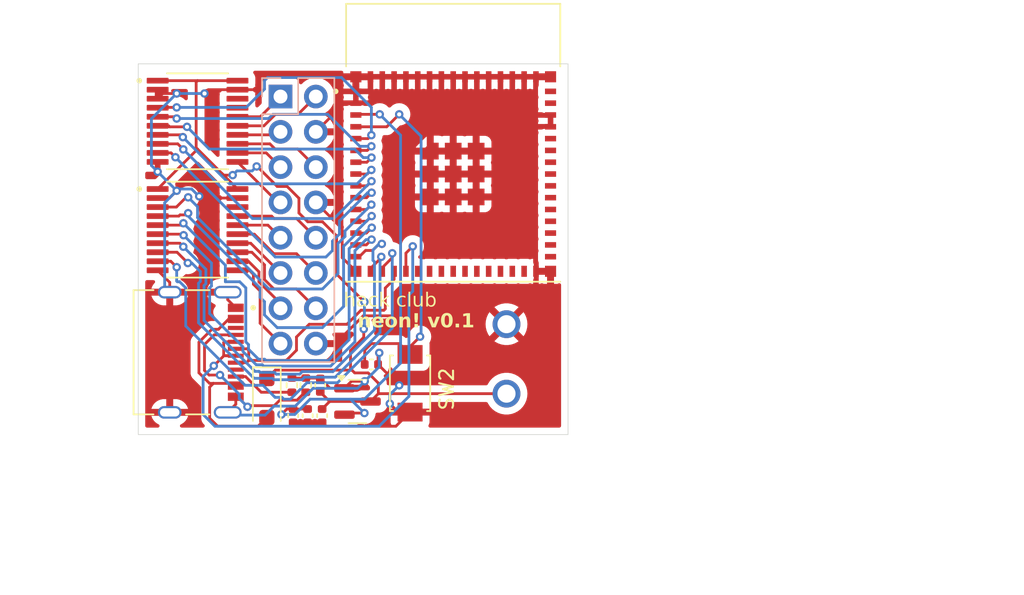
<source format=kicad_pcb>
(kicad_pcb (version 20241030) (generator "pcbnew") (generator_version "8.99")
  (layers (0 "F.Cu" signal) (2 "B.Cu" signal) (13 "F.Paste" user) (15 "B.Paste" user) (5 "F.SilkS" user) (7 "B.SilkS" user) (1 "F.Mask" user) (3 "B.Mask" user) (25 "Edge.Cuts" user) (39 "User.1" signal) (41 "User.2" signal) (43 "User.3" signal) (45 "User.4" signal) (47 "User.5" signal) (49 "User.6" signal) (51 "User.7" signal) (53 "User.8" signal) (55 "User.9" signal))
  (net 0 "")
  (net 1 "+5V")
  (net 2 "GND")
  (net 3 "+3V3")
  (net 5 "/GPIO0")
  (net 7 "Net-(D1-A)")
  (net 8 "Net-(J1-CC1)")
  (net 9 "/D-")
  (net 10 "/D+")
  (net 12 "Net-(J1-CC2)")
  (net 14 "/B2")
  (net 15 "/R1")
  (net 16 "/C")
  (net 17 "/R2")
  (net 18 "/B1")
  (net 19 "/CLK")
  (net 20 "/A")
  (net 21 "/OE-")
  (net 23 "/G1")
  (net 24 "/STROBE")
  (net 25 "/D")
  (net 34 "/G2")
  (net 35 "/B")
  (net 51 "Net-(U1-B8)")
  (net 52 "Net-(U1-B3)")
  (net 53 "Net-(U1-B6)")
  (net 54 "Net-(U1-B7)")
  (net 55 "Net-(U1-B4)")
  (net 56 "Net-(U1-B2)")
  (net 57 "Net-(U1-B5)")
  (net 58 "Net-(U2-B2)")
  (net 59 "Net-(U2-G1)")
  (net 60 "Net-(U2-B1)")
  (net 61 "Net-(U2-R2)")
  (net 62 "Net-(U2-G2)")
  (net 63 "Net-(U2-R1)")
  (footprint "SOP65P640X120-20N:SOP65P640X120-20N" (layer "F.Cu") (at 171 71)
    (property "Reference" "U5" (hide yes))
    (property "Value" "SN74AHCT245PWR")
  )
  (footprint "Capacitor_SMD:C_0402_1005Metric" (layer "F.Cu") (at 179.823587 89.99143 -90)
    (property "Reference" "C5" (hide yes))
    (property "Value" "10uF")
  )
  (footprint "HRO_TYPE-C-31-M-12:HRO_TYPE-C-31-M-12" (layer "F.Cu") (at 169 87.62257 -90)
    (property "Reference" "J1" (hide yes))
    (property "Value" "USB_C_Receptacle_USB2.0_16P")
  )
  (footprint "Capacitor_SMD:C_0402_1005Metric" (layer "F.Cu") (at 183.5 88.5 180)
    (property "Reference" "C10" (hide yes))
    (property "Value" "1uF")
  )
  (footprint "SOP65P640X120-20N:SOP65P640X120-20N" (layer "F.Cu") (at 171 78.798396)
    (property "Reference" "U1" (hide yes))
    (property "Value" "SN74AHCT245PWR")
  )
  (footprint "TS-1088-AR02016:SW_TS-1088-AR02016" (layer "F.Cu") (at 186.281235 89.853738 -90)
    (property "Reference" "SW2")
    (property "Value" "SW_Push")
  )
  (footprint "Package_TO_SOT_SMD:SOT-23" (layer "F.Cu") (at 182.5 91.165677)
    (property "Reference" "U3" (hide yes))
    (property "Value" "XC6206P332MR")
  )
  (footprint "Diode_SMD:D_SOD-123F" (layer "F.Cu") (at 175.98159 90.917116 -90)
    (property "Reference" "D1" (hide yes))
    (property "Value" "S-LMBR340FT1G")
  )
  (footprint "ESP32-S2-MINI-2:XCVR_ESP32-S2-MINI-2" (layer "F.Cu") (at 189.383227 74.796067)
    (property "Reference" "U4" (hide yes))
    (property "Value" "ESP32-S2-MINI-2")
  )
  (footprint "Capacitor_SMD:C_0402_1005Metric" (layer "F.Cu") (at 178.915544 92.189385 -90)
    (property "Reference" "C3" (hide yes))
    (property "Value" "0.1uF")
  )
  (footprint "DORABO:DB300V-5.0-2P-BU-S" (layer "F.Cu") (at 188.216183 93.102955 90)
    (property "Reference" "J2" (hide yes))
    (property "Value" "Screw_Terminal_01x02")
  )
  (footprint "Capacitor_SMD:C_0402_1005Metric" (layer "F.Cu") (at 179.958278 92.188128 90)
    (property "Reference" "C6" (hide yes))
    (property "Value" "0.1uF")
  )
  (footprint "Resistor_SMD:R_0402_1005Metric" (layer "F.Cu") (at 177.784613 89.99 90)
    (property "Reference" "R2" (hide yes))
    (property "Value" "5.1K")
  )
  (footprint "Resistor_SMD:R_0402_1005Metric" (layer "F.Cu") (at 178.784613 89.99 90)
    (property "Reference" "R1" (hide yes))
    (property "Value" "5.1K")
  )
  (footprint "Capacitor_SMD:C_0402_1005Metric" (layer "F.Cu") (at 177.871743 92.191559 -90)
    (property "Reference" "C4" (hide yes))
    (property "Value" "10uF")
  )
  (footprint "Connector_PinSocket_2.54mm:PinSocket_2x08_P2.54mm_Vertical" (layer "B.Cu") (at 176.96481 69.22 180)
    (property "Reference" "U2" (hide yes))
    (property "Value" "~")
  )
  (gr_rect (start 166.736334 66.861596) (end 197.642307 93.546339) (stroke (width 0.05)) (fill none) (layer "Edge.Cuts"))
  (gr_text "hack club" (at 181.5 84.5 0) (layer "F.SilkS") (effects (font (size 1 1)) (justify left bottom)))
  (gr_text "neon! v0.1" (at 182.5 86 0) (layer "F.SilkS") (effects (font (size 1 1) (thickness 0.25) (bold yes)) (justify left bottom)))
  (segment (start 177.441156 75.69) (end 178.290496 76.53934) (width 0.2) (layer "F.Cu") (net 1))
  (segment (start 182.1 88.91) (end 182.3 89.11) (width 0.2) (layer "F.Cu") (net 1))
  (segment (start 178.290496 76.53934) (end 178.290496 77.6) (width 0.2) (layer "F.Cu") (net 1))
  (segment (start 181 79.248844) (end 181 82) (width 0.2) (layer "F.Cu") (net 1))
  (segment (start 182 88.91) (end 182.1 88.91) (width 0.2) (layer "F.Cu") (net 1))
  (segment (start 179.989264 90.637107) (end 179.823587 90.47143) (width 0.2) (layer "F.Cu") (net 1))
  (segment (start 168.13 68.075) (end 171 68.075) (width 0.2) (layer "F.Cu") (net 1))
  (segment (start 192.613228 90) (end 193.216183 90.602955) (width 0.2) (layer "F.Cu") (net 1))
  (segment (start 171 68.075) (end 173.87 68.075) (width 0.2) (layer "F.Cu") (net 1))
  (segment (start 172.748302 74.751698) (end 170.998302 73.001698) (width 0.2) (layer "F.Cu") (net 1))
  (segment (start 178.290496 77.6) (end 178.920496 78.23) (width 0.2) (layer "F.Cu") (net 1))
  (segment (start 176.588706 88.91) (end 182 88.91) (width 0.2) (layer "F.Cu") (net 1))
  (segment (start 179.981156 78.23) (end 181 79.248844) (width 0.2) (layer "F.Cu") (net 1))
  (segment (start 170.998302 73.001698) (end 170.9 72.903396) (width 0.2) (layer "F.Cu") (net 1))
  (segment (start 170.9 72.903396) (end 170.9 68.175) (width 0.2) (layer "F.Cu") (net 1))
  (segment (start 172.748302 74.751698) (end 172.871783 74.875179) (width 0.2) (layer "F.Cu") (net 1))
  (segment (start 183.268117 89.11) (end 184.000222 89.842105) (width 0.2) (layer "F.Cu") (net 1))
  (segment (start 180.500729 91.165677) (end 179.823587 90.488535) (width 0.2) (layer "F.Cu") (net 1))
  (segment (start 183.4375 91.165677) (end 180.500729 91.165677) (width 0.2) (layer "F.Cu") (net 1))
  (segment (start 182.951421 86.548579) (end 182 87.5) (width 0.2) (layer "F.Cu") (net 1))
  (segment (start 173.87 75.873396) (end 172.748302 74.751698) (width 0.2) (layer "F.Cu") (net 1))
  (segment (start 179.823587 90.488535) (end 179.823587 90.47143) (width 0.2) (layer "F.Cu") (net 1))
  (segment (start 180.500729 91.165677) (end 179.958278 91.708128) (width 0.2) (layer "F.Cu") (net 1))
  (segment (start 179.823587 91.612119) (end 179.923027 91.711559) (width 0.2) (layer "F.Cu") (net 1))
  (segment (start 175.98159 89.517116) (end 176.588706 88.91) (width 0.2) (layer "F.Cu") (net 1))
  (segment (start 184.000222 89.842105) (end 184.000222 90.602955) (width 0.2) (layer "F.Cu") (net 1))
  (segment (start 175.25 74.25) (end 175.288464 74.25) (width 0.2) (layer "F.Cu") (net 1))
  (segment (start 175.288464 74.25) (end 176.728464 75.69) (width 0.2) (layer "F.Cu") (net 1))
  (segment (start 170.9 68.175) (end 171 68.075) (width 0.2) (layer "F.Cu") (net 1))
  (segment (start 178.920496 78.23) (end 179.981156 78.23) (width 0.2) (layer "F.Cu") (net 1))
  (segment (start 181 82) (end 183 84) (width 0.2) (layer "F.Cu") (net 1))
  (segment (start 168.13 75.873396) (end 170.001698 74.001698) (width 0.2) (layer "F.Cu") (net 1))
  (segment (start 182.3 89.11) (end 183.268117 89.11) (width 0.2) (layer "F.Cu") (net 1))
  (segment (start 182.951421 85.951421) (end 182.951421 86.548579) (width 0.2) (layer "F.Cu") (net 1))
  (segment (start 170.998302 73.005094) (end 170.998302 73.001698) (width 0.2) (layer "F.Cu") (net 1))
  (segment (start 183.4375 91.165677) (end 184.000222 90.602955) (width 0.2) (layer "F.Cu") (net 1))
  (segment (start 184.000222 90.602955) (end 193.216183 90.602955) (width 0.2) (layer "F.Cu") (net 1))
  (segment (start 172.871783 74.875179) (end 173.524821 74.875179) (width 0.2) (layer "F.Cu") (net 1))
  (segment (start 176.728464 75.69) (end 177.441156 75.69) (width 0.2) (layer "F.Cu") (net 1))
  (segment (start 170.001698 74.001698) (end 170.998302 73.005094) (width 0.2) (layer "F.Cu") (net 1))
  (segment (start 175.565182 89.517116) (end 175.98159 89.517116) (width 0.2) (layer "F.Cu") (net 1))
  (segment (start 182 87.5) (end 182 88.91) (width 0.2) (layer "F.Cu") (net 1))
  (via (at 183 84) (size 0.6) (drill 0.3) (layers "F.Cu" "B.Cu") (net 1))
  (via (at 173.524821 74.875179) (size 0.6) (drill 0.3) (layers "F.Cu" "B.Cu") (net 1))
  (via (at 182.951421 85.951421) (size 0.6) (drill 0.3) (layers "F.Cu" "B.Cu") (net 1))
  (via (at 175.25 74.25) (size 0.6) (drill 0.3) (layers "F.Cu" "B.Cu") (net 1))
  (segment (start 183 85.902842) (end 182.951421 85.951421) (width 0.2) (layer "B.Cu") (net 1))
  (segment (start 174.925977 74.574023) (end 173.825977 74.574023) (width 0.2) (layer "B.Cu") (net 1))
  (segment (start 183 84) (end 183 85.902842) (width 0.2) (layer "B.Cu") (net 1))
  (segment (start 173.825977 74.574023) (end 173.524821 74.875179) (width 0.2) (layer "B.Cu") (net 1))
  (segment (start 175.25 74.25) (end 174.925977 74.574023) (width 0.2) (layer "B.Cu") (net 1))
  (segment (start 183.98 88.5) (end 183.98 87.751274) (width 0.2) (layer "F.Cu") (net 2))
  (segment (start 173.17 83.84257) (end 173.75 84.42257) (width 0.2) (layer "F.Cu") (net 2))
  (segment (start 185.428738 91.928738) (end 184.825735 91.325735) (width 0.2) (layer "F.Cu") (net 2))
  (segment (start 179.792157 89.48) (end 179.823587 89.51143) (width 0.2) (layer "F.Cu") (net 2))
  (segment (start 181.568743 69.696067) (end 182.383227 69.696067) (width 0.2) (layer "F.Cu") (net 2))
  (segment (start 171.120736 76.398318) (end 171.245814 76.523396) (width 0.2) (layer "F.Cu") (net 2))
  (segment (start 168.5 69.005) (end 168.13 69.375) (width 0.2) (layer "F.Cu") (net 2))
  (segment (start 182.917157 85) (end 185.5 85) (width 0.2) (layer "F.Cu") (net 2))
  (segment (start 171.775 68.725) (end 173.87 68.725) (width 0.2) (layer "F.Cu") (net 2))
  (segment (start 180.236489 92.946339) (end 185.263634 92.946339) (width 0.2) (layer "F.Cu") (net 2))
  (segment (start 169 83.29757) (end 169 82.593396) (width 0.2) (layer "F.Cu") (net 2))
  (segment (start 171.5 69) (end 171.775 68.725) (width 0.2) (layer "F.Cu") (net 2))
  (segment (start 179.50481 71.76) (end 181.568743 69.696067) (width 0.2) (layer "F.Cu") (net 2))
  (segment (start 181.4 80.81284) (end 181.4 78.73519) (width 0.2) (layer "F.Cu") (net 2))
  (segment (start 168.976604 76.523396) (end 169.5 76) (width 0.2) (layer "F.Cu") (net 2))
  (segment (start 180.527834 90.215677) (end 181.5625 90.215677) (width 0.2) (layer "F.Cu") (net 2))
  (segment (start 179.957021 92.669385) (end 179.958278 92.668128) (width 0.2) (layer "F.Cu") (net 2))
  (segment (start 179.958278 92.668128) (end 180.236489 92.946339) (width 0.2) (layer "F.Cu") (net 2))
  (segment (start 185.5 90) (end 185.48 90) (width 0.2) (layer "F.Cu") (net 2))
  (segment (start 177.784613 89.48) (end 179.792157 89.48) (width 0.2) (layer "F.Cu") (net 2))
  (segment (start 168.5 69) (end 168.5 69.005) (width 0.2) (layer "F.Cu") (net 2))
  (segment (start 169 82.593396) (end 168.13 81.723396) (width 0.2) (layer "F.Cu") (net 2))
  (segment (start 173.17 83.29757) (end 173.17 83.84257) (width 0.2) (layer "F.Cu") (net 2))
  (segment (start 180.917157 87) (end 182.917157 85) (width 0.2) (layer "F.Cu") (net 2))
  (segment (start 179.50481 87) (end 180.917157 87) (width 0.2) (layer "F.Cu") (net 2))
  (segment (start 183.98 87.751274) (end 184.065637 87.665637) (width 0.2) (layer "F.Cu") (net 2))
  (segment (start 173.75 90.82257) (end 173.75 91.36757) (width 0.2) (layer "F.Cu") (net 2))
  (segment (start 182.068177 89.71) (end 181.5625 90.215677) (width 0.2) (layer "F.Cu") (net 2))
  (segment (start 185.263634 92.946339) (end 186.281235 91.928738) (width 0.2) (layer "F.Cu") (net 2))
  (segment (start 168.5 69) (end 168.405 69) (width 0.2) (layer "F.Cu") (net 2))
  (segment (start 181.4 78.73519) (end 179.50481 76.84) (width 0.2) (layer "F.Cu") (net 2))
  (segment (start 169.5 69) (end 168.5 69) (width 0.2) (layer "F.Cu") (net 2))
  (segment (start 182.383227 81.796067) (end 181.4 80.81284) (width 0.2) (layer "F.Cu") (net 2))
  (segment (start 168.13 74.63) (end 168.13 73.925) (width 0.2) (layer "F.Cu") (net 2))
  (segment (start 177.875174 92.668128) (end 177.871743 92.671559) (width 0.2) (layer "F.Cu") (net 2))
  (segment (start 168.405 69) (end 168.13 68.725) (width 0.2) (layer "F.Cu") (net 2))
  (segment (start 186.281235 91.928738) (end 185.428738 91.928738) (width 0.2) (layer "F.Cu") (net 2))
  (segment (start 171.245814 76.523396) (end 173.87 76.523396) (width 0.2) (layer "F.Cu") (net 2))
  (segment (start 179.823587 89.51143) (end 180.527834 90.215677) (width 0.2) (layer "F.Cu") (net 2))
  (segment (start 173.87 68.725) (end 175.275 68.725) (width 0.2) (layer "F.Cu") (net 2))
  (segment (start 183.019588 89.71) (end 182.068177 89.71) (width 0.2) (layer "F.Cu") (net 2))
  (segment (start 173.75 91.36757) (end 173.17 91.94757) (width 0.2) (layer "F.Cu") (net 2))
  (segment (start 185.48 90) (end 183.98 88.5) (width 0.2) (layer "F.Cu") (net 2))
  (segment (start 168.13 76.523396) (end 168.976604 76.523396) (width 0.2) (layer "F.Cu") (net 2))
  (segment (start 179.958278 92.668128) (end 177.875174 92.668128) (width 0.2) (layer "F.Cu") (net 2))
  (segment (start 178.91337 92.671559) (end 178.915544 92.669385) (width 0.2) (layer "F.Cu") (net 2))
  (via (at 183.019588 89.71) (size 0.6) (drill 0.3) (layers "F.Cu" "B.Cu") (net 2))
  (via (at 184.825735 91.325735) (size 0.6) (drill 0.3) (layers "F.Cu" "B.Cu") (net 2))
  (via (at 185.5 90) (size 0.6) (drill 0.3) (layers "F.Cu" "B.Cu") (net 2))
  (via (at 168.13 74.63) (size 0.6) (drill 0.3) (layers "F.Cu" "B.Cu") (net 2))
  (via (at 169.5 76) (size 0.6) (drill 0.3) (layers "F.Cu" "B.Cu") (net 2))
  (via (at 171.5 69) (size 0.6) (drill 0.3) (layers "F.Cu" "B.Cu") (net 2))
  (via (at 171.120736 76.398318) (size 0.6) (drill 0.3) (layers "F.Cu" "B.Cu") (net 2))
  (via (at 184.065637 87.665637) (size 0.6) (drill 0.3) (layers "F.Cu" "B.Cu") (net 2))
  (via (at 169.5 69) (size 0.6) (drill 0.3) (layers "F.Cu" "B.Cu") (net 2))
  (segment (start 183.019588 89.71) (end 184.065637 88.663951) (width 0.2) (layer "B.Cu") (net 2))
  (segment (start 184.825735 90.674265) (end 185.5 90) (width 0.2) (layer "B.Cu") (net 2))
  (segment (start 169.626604 75.873396) (end 169.5 76) (width 0.2) (layer "B.Cu") (net 2))
  (segment (start 171.120736 76.398318) (end 171.097715 76.398318) (width 0.2) (layer "B.Cu") (net 2))
  (segment (start 176.501088 91.498912) (end 178.027786 91.498912) (width 0.2) (layer "B.Cu") (net 2))
  (segment (start 167.682083 70.817917) (end 169.5 69) (width 0.2) (layer "B.Cu") (net 2))
  (segment (start 168.637425 76.862575) (end 168.637425 82.934995) (width 0.2) (layer "B.Cu") (net 2))
  (segment (start 175.855525 92.144475) (end 176.501088 91.498912) (width 0.2) (layer "B.Cu") (net 2))
  (segment (start 184.065637 88.663951) (end 184.065637 87.665637) (width 0.2) (layer "B.Cu") (net 2))
  (segment (start 169.5 76) (end 168.637425 76.862575) (width 0.2) (layer "B.Cu") (net 2))
  (segment (start 173.366905 92.144475) (end 175.855525 92.144475) (width 0.2) (layer "B.Cu") (net 2))
  (segment (start 173.17 91.94757) (end 173.366905 92.144475) (width 0.2) (layer "B.Cu") (net 2))
  (segment (start 167.682083 74.182083) (end 167.682083 70.817917) (width 0.2) (layer "B.Cu") (net 2))
  (segment (start 168.13 74.63) (end 169.5 76) (width 0.2) (layer "B.Cu") (net 2))
  (segment (start 168.637425 82.934995) (end 169 83.29757) (width 0.2) (layer "B.Cu") (net 2))
  (segment (start 184.825735 91.325735) (end 184.825735 90.674265) (width 0.2) (layer "B.Cu") (net 2))
  (segment (start 169.5 69) (end 171.5 69) (width 0.2) (layer "B.Cu") (net 2))
  (segment (start 168.13 74.63) (end 167.682083 74.182083) (width 0.2) (layer "B.Cu") (net 2))
  (segment (start 179.311021 90.215677) (end 182.513911 90.215677) (width 0.2) (layer "B.Cu") (net 2))
  (segment (start 178.027786 91.498912) (end 179.311021 90.215677) (width 0.2) (layer "B.Cu") (net 2))
  (segment (start 171.097715 76.398318) (end 170.572793 75.873396) (width 0.2) (layer "B.Cu") (net 2))
  (segment (start 170.572793 75.873396) (end 169.626604 75.873396) (width 0.2) (layer "B.Cu") (net 2))
  (segment (start 182.513911 90.215677) (end 183.019588 89.71) (width 0.2) (layer "B.Cu") (net 2))
  (segment (start 183 92) (end 181.678177 92) (width 0.2) (layer "F.Cu") (net 3))
  (segment (start 177.03159 92.098912) (end 177.418943 91.711559) (width 0.2) (layer "F.Cu") (net 3))
  (segment (start 184.1 70.5) (end 182.429294 70.5) (width 0.2) (layer "F.Cu") (net 3))
  (segment (start 182.429294 70.5) (end 182.383227 70.546067) (width 0.2) (layer "F.Cu") (net 3))
  (segment (start 177.418943 91.711559) (end 178.871743 91.711559) (width 0.2) (layer "F.Cu") (net 3))
  (segment (start 181.678177 92) (end 181.5625 92.115677) (width 0.2) (layer "F.Cu") (net 3))
  (via (at 184.1 70.5) (size 0.6) (drill 0.3) (layers "F.Cu" "B.Cu") (net 3))
  (via (at 183 92) (size 0.6) (drill 0.3) (layers "F.Cu" "B.Cu") (net 3))
  (via (at 177.03159 92.098912) (size 0.6) (drill 0.3) (layers "F.Cu" "B.Cu") (net 3))
  (segment (start 183 91) (end 185.6 88.4) (width 0.2) (layer "B.Cu") (net 3))
  (segment (start 179.092384 91) (end 183 91) (width 0.2) (layer "B.Cu") (net 3))
  (segment (start 177.993472 92.098912) (end 179.092384 91) (width 0.2) (layer "B.Cu") (net 3))
  (segment (start 185.6 72) (end 184.1 70.5) (width 0.2) (layer "B.Cu") (net 3))
  (segment (start 183 92) (end 182 91) (width 0.2) (layer "B.Cu") (net 3))
  (segment (start 185.6 88.4) (end 185.6 72) (width 0.2) (layer "B.Cu") (net 3))
  (segment (start 177.03159 92.098912) (end 177.993472 92.098912) (width 0.2) (layer "B.Cu") (net 3))
  (segment (start 183.02 87.48) (end 183.02 88.5) (width 0.2) (layer "F.Cu") (net 5))
  (segment (start 185.5 70.5) (end 184.603933 71.396067) (width 0.2) (layer "F.Cu") (net 5))
  (segment (start 183.5 87) (end 183.02 87.48) (width 0.2) (layer "F.Cu") (net 5))
  (segment (start 186.281235 87.218765) (end 187 86.5) (width 0.2) (layer "F.Cu") (net 5))
  (segment (start 186.281235 87.778738) (end 185.502497 87) (width 0.2) (layer "F.Cu") (net 5))
  (segment (start 184.603933 71.396067) (end 182.383227 71.396067) (width 0.2) (layer "F.Cu") (net 5))
  (segment (start 185.502497 87) (end 183.5 87) (width 0.2) (layer "F.Cu") (net 5))
  (segment (start 186.281235 87.778738) (end 186.281235 87.218765) (width 0.2) (layer "F.Cu") (net 5))
  (via (at 187 86.5) (size 0.6) (drill 0.3) (layers "F.Cu" "B.Cu") (net 5))
  (via (at 185.5 70.5) (size 0.6) (drill 0.3) (layers "F.Cu" "B.Cu") (net 5))
  (segment (start 187 86.5) (end 187.073816 86.426184) (width 0.2) (layer "B.Cu") (net 5))
  (segment (start 187.073816 72.073816) (end 185.5 70.5) (width 0.2) (layer "B.Cu") (net 5))
  (segment (start 187.073816 86.426184) (end 187.073816 72.073816) (width 0.2) (layer "B.Cu") (net 5))
  (segment (start 171.86257 89.86257) (end 171.1 89.1) (width 0.2) (layer "F.Cu") (net 7))
  (segment (start 172.5 85.97257) (end 173.25 85.22257) (width 0.2) (layer "F.Cu") (net 7))
  (segment (start 175.352367 92.946339) (end 172.446339 92.946339) (width 0.2) (layer "F.Cu") (net 7))
  (segment (start 171.87 90.13) (end 172.13743 89.86257) (width 0.2) (layer "F.Cu") (net 7))
  (segment (start 171.1 86.900001) (end 172.027431 85.97257) (width 0.2) (layer "F.Cu") (net 7))
  (segment (start 172.13743 89.86257) (end 171.86257 89.86257) (width 0.2) (layer "F.Cu") (net 7))
  (segment (start 172.027431 85.97257) (end 172.5 85.97257) (width 0.2) (layer "F.Cu") (net 7))
  (segment (start 171.1 89.1) (end 171.1 86.900001) (width 0.2) (layer "F.Cu") (net 7))
  (segment (start 173.25 85.22257) (end 173.75 85.22257) (width 0.2) (layer "F.Cu") (net 7))
  (segment (start 171.87 92.37) (end 171.87 90.13) (width 0.2) (layer "F.Cu") (net 7))
  (segment (start 173.59 89.86257) (end 173.75 90.02257) (width 0.2) (layer "F.Cu") (net 7))
  (segment (start 175.98159 92.317116) (end 175.352367 92.946339) (width 0.2) (layer "F.Cu") (net 7))
  (segment (start 172.446339 92.946339) (end 171.87 92.37) (width 0.2) (layer "F.Cu") (net 7))
  (segment (start 172.13743 89.86257) (end 173.59 89.86257) (width 0.2) (layer "F.Cu") (net 7))
  (segment (start 171.5 87.065686) (end 172.193116 86.37257) (width 0.2) (layer "F.Cu") (net 8))
  (segment (start 174.588324 91.544475) (end 174.665683 91.467116) (width 0.2) (layer "F.Cu") (net 8))
  (segment (start 172.193116 86.37257) (end 173.75 86.37257) (width 0.2) (layer "F.Cu") (net 8))
  (segment (start 178.153537 91.07) (end 178.723537 90.5) (width 0.2) (layer "F.Cu") (net 8))
  (segment (start 178.723537 90.5) (end 178.784613 90.5) (width 0.2) (layer "F.Cu") (net 8))
  (segment (start 172.614871 89.26257) (end 171.828256 89.26257) (width 0.2) (layer "F.Cu") (net 8))
  (segment (start 171.828256 89.26257) (end 171.5 88.934314) (width 0.2) (layer "F.Cu") (net 8))
  (segment (start 176.516334 91.467116) (end 176.91345 91.07) (width 0.2) (layer "F.Cu") (net 8))
  (segment (start 171.5 88.934314) (end 171.5 87.065686) (width 0.2) (layer "F.Cu") (net 8))
  (segment (start 176.91345 91.07) (end 178.153537 91.07) (width 0.2) (layer "F.Cu") (net 8))
  (segment (start 174.665683 91.467116) (end 176.516334 91.467116) (width 0.2) (layer "F.Cu") (net 8))
  (via (at 172.614871 89.26257) (size 0.6) (drill 0.3) (layers "F.Cu" "B.Cu") (net 8))
  (via (at 174.588324 91.544475) (size 0.6) (drill 0.3) (layers "F.Cu" "B.Cu") (net 8))
  (segment (start 174.588324 91.544475) (end 174 90.956151) (width 0.2) (layer "B.Cu") (net 8))
  (segment (start 174 90.956151) (end 174 90.647699) (width 0.2) (layer "B.Cu") (net 8))
  (segment (start 174 90.647699) (end 172.614871 89.26257) (width 0.2) (layer "B.Cu") (net 8))
  (segment (start 172.93 87.87257) (end 173.75 87.87257) (width 0.2) (layer "F.Cu") (net 9))
  (segment (start 172.167951 88.599045) (end 172.894426 87.87257) (width 0.2) (layer "F.Cu") (net 9))
  (segment (start 186.473816 80) (end 185.983227 80.490589) (width 0.2) (layer "F.Cu") (net 9))
  (segment (start 172.894426 87.87257) (end 173.75 87.87257) (width 0.2) (layer "F.Cu") (net 9))
  (segment (start 185.983227 80.490589) (end 185.983227 81.796067) (width 0.2) (layer "F.Cu") (net 9))
  (segment (start 172.88 87.82257) (end 172.93 87.87257) (width 0.2) (layer "F.Cu") (net 9))
  (segment (start 173.75 86.87257) (end 172.93 86.87257) (width 0.2) (layer "F.Cu") (net 9))
  (segment (start 172.93 86.87257) (end 172.88 86.92257) (width 0.2) (layer "F.Cu") (net 9))
  (segment (start 172.88 86.92257) (end 172.88 87.82257) (width 0.2) (layer "F.Cu") (net 9))
  (via (at 186.473816 80) (size 0.6) (drill 0.3) (layers "F.Cu" "B.Cu") (net 9))
  (via (at 172.167951 88.599045) (size 0.6) (drill 0.3) (layers "F.Cu" "B.Cu") (net 9))
  (segment (start 184.053661 92.946339) (end 172.247427 92.946339) (width 0.2) (layer "B.Cu") (net 9))
  (segment (start 186.2 83.5) (end 186.2 90.8) (width 0.2) (layer "B.Cu") (net 9))
  (segment (start 186.2 90.8) (end 184.053661 92.946339) (width 0.2) (layer "B.Cu") (net 9))
  (segment (start 186.473816 80) (end 186.473816 83.226184) (width 0.2) (layer "B.Cu") (net 9))
  (segment (start 172.247427 92.946339) (end 171.4 92.098912) (width 0.2) (layer "B.Cu") (net 9))
  (segment (start 186.473816 83.226184) (end 186.2 83.5) (width 0.2) (layer "B.Cu") (net 9))
  (segment (start 171.4 92.098912) (end 171.4 89.366996) (width 0.2) (layer "B.Cu") (net 9))
  (segment (start 171.4 89.366996) (end 172.167951 88.599045) (width 0.2) (layer "B.Cu") (net 9))
  (segment (start 178.11481 86.523654) (end 178.11481 87.476346) (width 0.2) (layer "F.Cu") (net 10))
  (segment (start 174.681505 88.211065) (end 174.52 88.37257) (width 0.2) (layer "F.Cu") (net 10))
  (segment (start 174.57 87.37257) (end 174.681505 87.484075) (width 0.2) (layer "F.Cu") (net 10))
  (segment (start 182.751471 84.6) (end 181.741471 85.61) (width 0.2) (layer "F.Cu") (net 10))
  (segment (start 184.4 84.6) (end 182.751471 84.6) (width 0.2) (layer "F.Cu") (net 10))
  (segment (start 174.681505 87.484075) (end 174.681505 88.211065) (width 0.2) (layer "F.Cu") (net 10))
  (segment (start 174.52 88.37257) (end 173.75 88.37257) (width 0.2) (layer "F.Cu") (net 10))
  (segment (start 181.741471 85.61) (end 179.028464 85.61) (width 0.2) (layer "F.Cu") (net 10))
  (segment (start 173.75 87.37257) (end 174.57 87.37257) (width 0.2) (layer "F.Cu") (net 10))
  (segment (start 184.5 83) (end 184.5 84.5) (width 0.2) (layer "F.Cu") (net 10))
  (segment (start 185.133227 82.366773) (end 184.5 83) (width 0.2) (layer "F.Cu") (net 10))
  (segment (start 184.5 84.5) (end 184.4 84.6) (width 0.2) (layer "F.Cu") (net 10))
  (segment (start 185.133227 81.796067) (end 185.133227 82.366773) (width 0.2) (layer "F.Cu") (net 10))
  (segment (start 178.11481 87.476346) (end 177.380091 88.211065) (width 0.2) (layer "F.Cu") (net 10))
  (segment (start 179.028464 85.61) (end 178.11481 86.523654) (width 0.2) (layer "F.Cu") (net 10))
  (segment (start 177.380091 88.211065) (end 174.681505 88.211065) (width 0.2) (layer "F.Cu") (net 10))
  (segment (start 177.784613 90.5) (end 175.57973 90.5) (width 0.2) (layer "F.Cu") (net 12))
  (segment (start 175.57973 90.5) (end 174.4523 89.37257) (width 0.2) (layer "F.Cu") (net 12))
  (segment (start 174.4523 89.37257) (end 173.75 89.37257) (width 0.2) (layer "F.Cu") (net 12))
  (segment (start 168.13 73.275) (end 169.096208 73.275) (width 0.2) (layer "F.Cu") (net 14))
  (segment (start 183.160036 76.496067) (end 183.516726 76.139377) (width 0.2) (layer "F.Cu") (net 14))
  (segment (start 182.383227 76.496067) (end 183.160036 76.496067) (width 0.2) (layer "F.Cu") (net 14))
  (segment (start 169.096208 73.275) (end 169.410604 73.589396) (width 0.2) (layer "F.Cu") (net 14))
  (via (at 183.516726 76.139377) (size 0.6) (drill 0.3) (layers "F.Cu" "B.Cu") (net 14))
  (via (at 169.410604 73.589396) (size 0.6) (drill 0.3) (layers "F.Cu" "B.Cu") (net 14))
  (segment (start 181.20326 79.123086) (end 180.7 79.626346) (width 0.2) (layer "B.Cu") (net 14))
  (segment (start 180.7 79.626346) (end 180.7 80.3) (width 0.2) (layer "B.Cu") (net 14))
  (segment (start 180.7 80.3) (end 180.23 80.77) (width 0.2) (layer "B.Cu") (net 14))
  (segment (start 183.233883 76.139377) (end 181.20326 78.17) (width 0.2) (layer "B.Cu") (net 14))
  (segment (start 176.591208 80.77) (end 169.410604 73.589396) (width 0.2) (layer "B.Cu") (net 14))
  (segment (start 183.516726 76.139377) (end 183.233883 76.139377) (width 0.2) (layer "B.Cu") (net 14))
  (segment (start 180.23 80.77) (end 176.591208 80.77) (width 0.2) (layer "B.Cu") (net 14))
  (segment (start 181.20326 78.17) (end 181.20326 79.123086) (width 0.2) (layer "B.Cu") (net 14))
  (segment (start 169.5 70) (end 168.155 70) (width 0.2) (layer "F.Cu") (net 15))
  (segment (start 182.383227 72.246067) (end 183.253933 72.246067) (width 0.2) (layer "F.Cu") (net 15))
  (segment (start 183.253933 72.246067) (end 183.5 72) (width 0.2) (layer "F.Cu") (net 15))
  (segment (start 168.155 70) (end 168.13 70.025) (width 0.2) (layer "F.Cu") (net 15))
  (via (at 183.5 72) (size 0.6) (drill 0.3) (layers "F.Cu" "B.Cu") (net 15))
  (via (at 169.5 70) (size 0.6) (drill 0.3) (layers "F.Cu" "B.Cu") (net 15))
  (segment (start 181.35 67.85) (end 176.03481 67.85) (width 0.2) (layer "B.Cu") (net 15))
  (segment (start 183.5 72) (end 183.5 70) (width 0.2) (layer "B.Cu") (net 15))
  (segment (start 176.03481 67.85) (end 175.81481 68.07) (width 0.2) (layer "B.Cu") (net 15))
  (segment (start 174.5 70) (end 169.5 70) (width 0.2) (layer "B.Cu") (net 15))
  (segment (start 183.5 70) (end 181.35 67.85) (width 0.2) (layer "B.Cu") (net 15))
  (segment (start 175.81481 68.07) (end 175.81481 68.68519) (width 0.2) (layer "B.Cu") (net 15))
  (segment (start 175.81481 68.68519) (end 174.5 70) (width 0.2) (layer "B.Cu") (net 15))
  (segment (start 183.132481 79.896067) (end 183.512637 79.515911) (width 0.2) (layer "F.Cu") (net 16))
  (segment (start 169.920597 79.123396) (end 168.13 79.123396) (width 0.2) (layer "F.Cu") (net 16))
  (segment (start 182.383227 79.896067) (end 183.132481 79.896067) (width 0.2) (layer "F.Cu") (net 16))
  (segment (start 169.996927 79.199726) (end 169.920597 79.123396) (width 0.2) (layer "F.Cu") (net 16))
  (via (at 183.512637 79.515911) (size 0.6) (drill 0.3) (layers "F.Cu" "B.Cu") (net 16))
  (via (at 169.996927 79.199726) (size 0.6) (drill 0.3) (layers "F.Cu" "B.Cu") (net 16))
  (segment (start 174.264206 87.567148) (end 175.222378 88.52532) (width 0.2) (layer "B.Cu") (net 16))
  (segment (start 171.87 84.841809) (end 174.264206 87.236015) (width 0.2) (layer "B.Cu") (net 16))
  (segment (start 175.746585 88.615677) (end 180.570009 88.615677) (width 0.2) (layer "B.Cu") (net 16))
  (segment (start 175.656228 88.52532) (end 175.746585 88.615677) (width 0.2) (layer "B.Cu") (net 16))
  (segment (start 171.87 82.98691) (end 171.87 84.841809) (width 0.2) (layer "B.Cu") (net 16))
  (segment (start 182.315686 80.315686) (end 183.115461 79.515911) (width 0.2) (layer "B.Cu") (net 16))
  (segment (start 172 82.85691) (end 171.87 82.98691) (width 0.2) (layer "B.Cu") (net 16))
  (segment (start 174.264206 87.236015) (end 174.264206 87.567148) (width 0.2) (layer "B.Cu") (net 16))
  (segment (start 172 81.202799) (end 172 82.85691) (width 0.2) (layer "B.Cu") (net 16))
  (segment (start 175.222378 88.52532) (end 175.656228 88.52532) (width 0.2) (layer "B.Cu") (net 16))
  (segment (start 183.115461 79.515911) (end 183.512637 79.515911) (width 0.2) (layer "B.Cu") (net 16))
  (segment (start 182.315686 86.87) (end 182.315686 80.315686) (width 0.2) (layer "B.Cu") (net 16))
  (segment (start 169.996927 79.199726) (end 172 81.202799) (width 0.2) (layer "B.Cu") (net 16))
  (segment (start 180.570009 88.615677) (end 182.315686 86.87) (width 0.2) (layer "B.Cu") (net 16))
  (segment (start 183.175191 75.646067) (end 183.507866 75.313392) (width 0.2) (layer "F.Cu") (net 17))
  (segment (start 182.383227 75.646067) (end 183.175191 75.646067) (width 0.2) (layer "F.Cu") (net 17))
  (segment (start 169.577582 72.625) (end 169.976291 73.023709) (width 0.2) (layer "F.Cu") (net 17))
  (segment (start 168.13 72.625) (end 169.577582 72.625) (width 0.2) (layer "F.Cu") (net 17))
  (via (at 183.507866 75.313392) (size 0.6) (drill 0.3) (layers "F.Cu" "B.Cu") (net 17))
  (via (at 169.976291 73.023709) (size 0.6) (drill 0.3) (layers "F.Cu" "B.Cu") (net 17))
  (segment (start 174.952582 78) (end 180.807574 78) (width 0.2) (layer "B.Cu") (net 17))
  (segment (start 169.976291 73.023709) (end 174.952582 78) (width 0.2) (layer "B.Cu") (net 17))
  (segment (start 183.494182 75.313392) (end 183.507866 75.313392) (width 0.2) (layer "B.Cu") (net 17))
  (segment (start 180.807574 78) (end 183.494182 75.313392) (width 0.2) (layer "B.Cu") (net 17))
  (segment (start 168.13 71.325) (end 168.914999 71.325) (width 0.2) (layer "F.Cu") (net 18))
  (segment (start 168.914999 71.325) (end 168.990002 71.400003) (width 0.2) (layer "F.Cu") (net 18))
  (segment (start 168.990002 71.400003) (end 170.242785 71.400003) (width 0.2) (layer "F.Cu") (net 18))
  (segment (start 183.175193 73.946067) (end 183.507866 73.613394) (width 0.2) (layer "F.Cu") (net 18))
  (segment (start 182.383227 73.946067) (end 183.175193 73.946067) (width 0.2) (layer "F.Cu") (net 18))
  (via (at 183.507866 73.613394) (size 0.6) (drill 0.3) (layers "F.Cu" "B.Cu") (net 18))
  (via (at 170.242785 71.400003) (size 0.6) (drill 0.3) (layers "F.Cu" "B.Cu") (net 18))
  (segment (start 171.842782 73) (end 182.30066 73) (width 0.2) (layer "B.Cu") (net 18))
  (segment (start 182.30066 73) (end 182.914054 73.613394) (width 0.2) (layer "B.Cu") (net 18))
  (segment (start 182.914054 73.613394) (end 183.507866 73.613394) (width 0.2) (layer "B.Cu") (net 18))
  (segment (start 170.242785 71.400003) (end 171.842782 73) (width 0.2) (layer "B.Cu") (net 18))
  (segment (start 183.433227 81.796067) (end 183.433227 81.57191) (width 0.2) (layer "F.Cu") (net 19))
  (segment (start 183.433227 81.596067) (end 183.433227 81.796067) (width 0.2) (layer "F.Cu") (net 19))
  (segment (start 184.212475 80.816819) (end 183.433227 81.596067) (width 0.2) (layer "F.Cu") (net 19))
  (segment (start 184.212475 80.755323) (end 184.212475 80.816819) (width 0.2) (layer "F.Cu") (net 19))
  (segment (start 170.300071 81.199929) (end 169.523538 80.423396) (width 0.2) (layer "F.Cu") (net 19))
  (segment (start 169.523538 80.423396) (end 168.13 80.423396) (width 0.2) (layer "F.Cu") (net 19))
  (via (at 184.212475 80.755323) (size 0.6) (drill 0.3) (layers "F.Cu" "B.Cu") (net 19))
  (via (at 170.300071 81.199929) (size 0.6) (drill 0.3) (layers "F.Cu" "B.Cu") (net 19))
  (segment (start 176.496595 89.6) (end 178.512483 89.6) (width 0.2) (layer "B.Cu") (net 19))
  (segment (start 178.696806 89.415677) (end 180.901381 89.415677) (width 0.2) (layer "B.Cu") (net 19))
  (segment (start 176.396595 89.5) (end 176.496595 89.6) (width 0.2) (layer "B.Cu") (net 19))
  (segment (start 178.512483 89.6) (end 178.696806 89.415677) (width 0.2) (layer "B.Cu") (net 19))
  (segment (start 184.122733 80.877267) (end 184.212475 80.787525) (width 0.2) (layer "B.Cu") (net 19))
  (segment (start 171.07 85.504314) (end 175.065686 89.5) (width 0.2) (layer "B.Cu") (net 19))
  (segment (start 171.2 81.817014) (end 171.2 82.525538) (width 0.2) (layer "B.Cu") (net 19))
  (segment (start 171.2 82.525538) (end 171.07 82.655538) (width 0.2) (layer "B.Cu") (net 19))
  (segment (start 170.582915 81.199929) (end 171.2 81.817014) (width 0.2) (layer "B.Cu") (net 19))
  (segment (start 175.065686 89.5) (end 176.396595 89.5) (width 0.2) (layer "B.Cu") (net 19))
  (segment (start 170.300071 81.199929) (end 170.582915 81.199929) (width 0.2) (layer "B.Cu") (net 19))
  (segment (start 184.212475 80.787525) (end 184.212475 80.755323) (width 0.2) (layer "B.Cu") (net 19))
  (segment (start 180.901381 89.415677) (end 184.122733 86.194325) (width 0.2) (layer "B.Cu") (net 19))
  (segment (start 184.122733 86.194325) (end 184.122733 80.877267) (width 0.2) (layer "B.Cu") (net 19))
  (segment (start 171.07 82.655538) (end 171.07 85.504314) (width 0.2) (layer "B.Cu") (net 19))
  (segment (start 169.650847 77.823396) (end 168.13 77.823396) (width 0.2) (layer "F.Cu") (net 20))
  (segment (start 182.383227 78.196067) (end 183.144853 78.196067) (width 0.2) (layer "F.Cu") (net 20))
  (segment (start 170.200113 77.738521) (end 169.735722 77.738521) (width 0.2) (layer "F.Cu") (net 20))
  (segment (start 183.144853 78.196067) (end 183.5177 77.82322) (width 0.2) (layer "F.Cu") (net 20))
  (segment (start 170.324264 77.61437) (end 170.200113 77.738521) (width 0.2) (layer "F.Cu") (net 20))
  (segment (start 169.735722 77.738521) (end 169.650847 77.823396) (width 0.2) (layer "F.Cu") (net 20))
  (via (at 170.324264 77.61437) (size 0.6) (drill 0.3) (layers "F.Cu" "B.Cu") (net 20))
  (via (at 183.5177 77.82322) (size 0.6) (drill 0.3) (layers "F.Cu" "B.Cu") (net 20))
  (segment (start 170.324264 77.824264) (end 170.324264 77.61437) (width 0.2) (layer "B.Cu") (net 20))
  (segment (start 182.4 79.1) (end 181.5 80) (width 0.2) (layer "B.Cu") (net 20))
  (segment (start 183.513797 77.82322) (end 182.4 78.937017) (width 0.2) (layer "B.Cu") (net 20))
  (segment (start 175.5 83) (end 170.324264 77.824264) (width 0.2) (layer "B.Cu") (net 20))
  (segment (start 181.5 84.331156) (end 179.981156 85.85) (width 0.2) (layer "B.Cu") (net 20))
  (segment (start 182.4 78.937017) (end 182.4 79.1) (width 0.2) (layer "B.Cu") (net 20))
  (segment (start 179.981156 85.85) (end 176.728464 85.85) (width 0.2) (layer "B.Cu") (net 20))
  (segment (start 181.5 80) (end 181.5 84.331156) (width 0.2) (layer "B.Cu") (net 20))
  (segment (start 175.5 83.668844) (end 175.5 83) (width 0.2) (layer "B.Cu") (net 20))
  (segment (start 175.81481 83.983654) (end 175.5 83.668844) (width 0.2) (layer "B.Cu") (net 20))
  (segment (start 175.81481 84.936346) (end 175.81481 83.983654) (width 0.2) (layer "B.Cu") (net 20))
  (segment (start 183.5177 77.82322) (end 183.513797 77.82322) (width 0.2) (layer "B.Cu") (net 20))
  (segment (start 176.728464 85.85) (end 175.81481 84.936346) (width 0.2) (layer "B.Cu") (net 20))
  (segment (start 184.283227 81.5331) (end 184.283227 81.796067) (width 0.2) (layer "F.Cu") (net 21))
  (segment (start 168.13 81.073396) (end 169.073396 81.073396) (width 0.2) (layer "F.Cu") (net 21))
  (segment (start 185 80.5) (end 185 80.816327) (width 0.2) (layer "F.Cu") (net 21))
  (segment (start 184.283227 81.796067) (end 184.283227 81.596067) (width 0.2) (layer "F.Cu") (net 21))
  (segment (start 169.073396 81.073396) (end 169.5 81.5) (width 0.2) (layer "F.Cu") (net 21))
  (segment (start 185 80.816327) (end 184.283227 81.5331) (width 0.2) (layer "F.Cu") (net 21))
  (via (at 169.5 81.5) (size 0.6) (drill 0.3) (layers "F.Cu" "B.Cu") (net 21))
  (via (at 185 80.5) (size 0.6) (drill 0.3) (layers "F.Cu" "B.Cu") (net 21))
  (segment (start 175.70549 90) (end 174.417435 90) (width 0.2) (layer "B.Cu") (net 21))
  (segment (start 170.15 82.98691) (end 169.71066 82.54757) (width 0.2) (layer "B.Cu") (net 21))
  (segment (start 169.54757 82.54757) (end 169.5 82.5) (width 0.2) (layer "B.Cu") (net 21))
  (segment (start 178.862492 89.815677) (end 177.678169 91) (width 0.2) (layer "B.Cu") (net 21))
  (segment (start 169.71066 82.54757) (end 169.54757 82.54757) (width 0.2) (layer "B.Cu") (net 21))
  (segment (start 174.417435 90) (end 170.15 85.732565) (width 0.2) (layer "B.Cu") (net 21))
  (segment (start 169.5 82.5) (end 169.5 81.5) (width 0.2) (layer "B.Cu") (net 21))
  (segment (start 185 80.5) (end 185 85.882744) (width 0.2) (layer "B.Cu") (net 21))
  (segment (start 177.202548 91) (end 177.072548 90.87) (width 0.2) (layer "B.Cu") (net 21))
  (segment (start 185 85.882744) (end 181.067067 89.815677) (width 0.2) (layer "B.Cu") (net 21))
  (segment (start 181.067067 89.815677) (end 178.862492 89.815677) (width 0.2) (layer "B.Cu") (net 21))
  (segment (start 177.678169 91) (end 177.202548 91) (width 0.2) (layer "B.Cu") (net 21))
  (segment (start 177.072548 90.87) (end 176.57549 90.87) (width 0.2) (layer "B.Cu") (net 21))
  (segment (start 170.15 85.732565) (end 170.15 82.98691) (width 0.2) (layer "B.Cu") (net 21))
  (segment (start 176.57549 90.87) (end 175.70549 90) (width 0.2) (layer "B.Cu") (net 21))
  (segment (start 183.203936 73.096067) (end 183.5 72.800003) (width 0.2) (layer "F.Cu") (net 23))
  (segment (start 168.13 70.675) (end 169.374997 70.675) (width 0.2) (layer "F.Cu") (net 23))
  (segment (start 182.383227 73.096067) (end 183.203936 73.096067) (width 0.2) (layer "F.Cu") (net 23))
  (segment (start 169.374997 70.675) (end 169.5 70.800003) (width 0.2) (layer "F.Cu") (net 23))
  (via (at 169.5 70.800003) (size 0.6) (drill 0.3) (layers "F.Cu" "B.Cu") (net 23))
  (via (at 183.5 72.800003) (size 0.6) (drill 0.3) (layers "F.Cu" "B.Cu") (net 23))
  (segment (start 169.5 70.800003) (end 176.113651 70.800003) (width 0.2) (layer "B.Cu") (net 23))
  (segment (start 176.113651 70.800003) (end 176.413654 70.5) (width 0.2) (layer "B.Cu") (net 23))
  (segment (start 176.413654 70.5) (end 180.366346 70.5) (width 0.2) (layer "B.Cu") (net 23))
  (segment (start 180.366346 70.5) (end 182.666349 72.800003) (width 0.2) (layer "B.Cu") (net 23))
  (segment (start 182.666349 72.800003) (end 183.5 72.800003) (width 0.2) (layer "B.Cu") (net 23))
  (segment (start 182.633227 80.746067) (end 182.383227 80.746067) (width 0.2) (layer "F.Cu") (net 24))
  (segment (start 184.194124 79.76444) (end 184.112637 79.76444) (width 0.2) (layer "F.Cu") (net 24))
  (segment (start 169.722068 79.773396) (end 168.13 79.773396) (width 0.2) (layer "F.Cu") (net 24))
  (segment (start 169.976736 80.028064) (end 169.722068 79.773396) (width 0.2) (layer "F.Cu") (net 24))
  (segment (start 183.58101 80.296067) (end 183.083227 80.296067) (width 0.2) (layer "F.Cu") (net 24))
  (segment (start 183.083227 80.296067) (end 182.633227 80.746067) (width 0.2) (layer "F.Cu") (net 24))
  (segment (start 184.251743 79.822059) (end 184.194124 79.76444) (width 0.2) (layer "F.Cu") (net 24))
  (segment (start 184.112637 79.76444) (end 183.58101 80.296067) (width 0.2) (layer "F.Cu") (net 24))
  (via (at 169.976736 80.028064) (size 0.6) (drill 0.3) (layers "F.Cu" "B.Cu") (net 24))
  (via (at 184.251743 79.822059) (size 0.6) (drill 0.3) (layers "F.Cu" "B.Cu") (net 24))
  (segment (start 184.194124 79.76444) (end 184.112637 79.76444) (width 0.2) (layer "B.Cu") (net 24))
  (segment (start 171.47 82.821224) (end 171.6 82.691224) (width 0.2) (layer "B.Cu") (net 24))
  (segment (start 176.662281 89.2) (end 176.53228 89.07) (width 0.2) (layer "B.Cu") (net 24))
  (segment (start 175.131372 89) (end 171.47 85.338628) (width 0.2) (layer "B.Cu") (net 24))
  (segment (start 183.612475 81.003852) (end 183.722733 81.11411) (width 0.2) (layer "B.Cu") (net 24))
  (segment (start 175.42532 89) (end 175.131372 89) (width 0.2) (layer "B.Cu") (net 24))
  (segment (start 171.6 82.691224) (end 171.6 81.651328) (width 0.2) (layer "B.Cu") (net 24))
  (segment (start 183.722733 81.11411) (end 183.722733 86.028639) (width 0.2) (layer "B.Cu") (net 24))
  (segment (start 183.612475 80.264602) (end 183.612475 81.003852) (width 0.2) (layer "B.Cu") (net 24))
  (segment (start 178.53112 89.015677) (end 178.346797 89.2) (width 0.2) (layer "B.Cu") (net 24))
  (segment (start 175.49532 89.07) (end 175.42532 89) (width 0.2) (layer "B.Cu") (net 24))
  (segment (start 171.6 81.651328) (end 169.976736 80.028064) (width 0.2) (layer "B.Cu") (net 24))
  (segment (start 176.53228 89.07) (end 175.49532 89.07) (width 0.2) (layer "B.Cu") (net 24))
  (segment (start 184.112637 79.76444) (end 183.612475 80.264602) (width 0.2) (layer "B.Cu") (net 24))
  (segment (start 178.346797 89.2) (end 176.662281 89.2) (width 0.2) (layer "B.Cu") (net 24))
  (segment (start 171.47 85.338628) (end 171.47 82.821224) (width 0.2) (layer "B.Cu") (net 24))
  (segment (start 184.251743 79.822059) (end 184.194124 79.76444) (width 0.2) (layer "B.Cu") (net 24))
  (segment (start 183.722733 86.028639) (end 180.735695 89.015677) (width 0.2) (layer "B.Cu") (net 24))
  (segment (start 180.735695 89.015677) (end 178.53112 89.015677) (width 0.2) (layer "B.Cu") (net 24))
  (segment (start 169.849376 78.473396) (end 168.13 78.473396) (width 0.2) (layer "F.Cu") (net 25))
  (segment (start 169.984251 78.338521) (end 169.849376 78.473396) (width 0.2) (layer "F.Cu") (net 25))
  (segment (start 182.383227 79.046067) (end 183.139479 79.046067) (width 0.2) (layer "F.Cu") (net 25))
  (segment (start 183.139479 79.046067) (end 183.526524 78.659022) (width 0.2) (layer "F.Cu") (net 25))
  (via (at 183.526524 78.659022) (size 0.6) (drill 0.3) (layers "F.Cu" "B.Cu") (net 25))
  (via (at 169.984251 78.338521) (size 0.6) (drill 0.3) (layers "F.Cu" "B.Cu") (net 25))
  (segment (start 174.664206 87.401462) (end 174.664206 87.07033) (width 0.2) (layer "B.Cu") (net 25))
  (segment (start 174.664206 87.07033) (end 174.47 86.876124) (width 0.2) (layer "B.Cu") (net 25))
  (segment (start 181.9 86.72) (end 180.404323 88.215677) (width 0.2) (layer "B.Cu") (net 25))
  (segment (start 181.9 80.165686) (end 181.9 86.72) (width 0.2) (layer "B.Cu") (net 25))
  (segment (start 175.912271 88.215677) (end 175.821914 88.12532) (width 0.2) (layer "B.Cu") (net 25))
  (segment (start 183.406664 78.659022) (end 181.9 80.165686) (width 0.2) (layer "B.Cu") (net 25))
  (segment (start 173 81.35427) (end 169.984251 78.338521) (width 0.2) (layer "B.Cu") (net 25))
  (segment (start 175.821914 88.12532) (end 175.388064 88.12532) (width 0.2) (layer "B.Cu") (net 25))
  (segment (start 174.03066 82.54757) (end 173 82.54757) (width 0.2) (layer "B.Cu") (net 25))
  (segment (start 173 82.54757) (end 173 81.35427) (width 0.2) (layer "B.Cu") (net 25))
  (segment (start 183.526524 78.659022) (end 183.406664 78.659022) (width 0.2) (layer "B.Cu") (net 25))
  (segment (start 175.388064 88.12532) (end 174.664206 87.401462) (width 0.2) (layer "B.Cu") (net 25))
  (segment (start 180.404323 88.215677) (end 175.912271 88.215677) (width 0.2) (layer "B.Cu") (net 25))
  (segment (start 174.47 86.876124) (end 174.47 82.98691) (width 0.2) (layer "B.Cu") (net 25))
  (segment (start 174.47 82.98691) (end 174.03066 82.54757) (width 0.2) (layer "B.Cu") (net 25))
  (segment (start 183.203933 74.796067) (end 183.5 74.5) (width 0.2) (layer "F.Cu") (net 34))
  (segment (start 168.13 71.975) (end 169.776112 71.975) (width 0.2) (layer "F.Cu") (net 34))
  (segment (start 169.776112 71.975) (end 169.942705 72.141593) (width 0.2) (layer "F.Cu") (net 34))
  (segment (start 182.383227 74.796067) (end 183.203933 74.796067) (width 0.2) (layer "F.Cu") (net 34))
  (via (at 183.5 74.5) (size 0.6) (drill 0.3) (layers "F.Cu" "B.Cu") (net 34))
  (via (at 169.942705 72.141593) (size 0.6) (drill 0.3) (layers "F.Cu" "B.Cu") (net 34))
  (segment (start 173.301112 75.5) (end 182.472729 75.5) (width 0.2) (layer "B.Cu") (net 34))
  (segment (start 182.472729 75.5) (end 183.472729 74.5) (width 0.2) (layer "B.Cu") (net 34))
  (segment (start 183.472729 74.5) (end 183.5 74.5) (width 0.2) (layer "B.Cu") (net 34))
  (segment (start 169.942705 72.141593) (end 173.301112 75.5) (width 0.2) (layer "B.Cu") (net 34))
  (segment (start 183.153933 77.346067) (end 183.5 77) (width 0.2) (layer "F.Cu") (net 35))
  (segment (start 169.478075 77.173396) (end 168.13 77.173396) (width 0.2) (layer "F.Cu") (net 35))
  (segment (start 182.383227 77.346067) (end 183.153933 77.346067) (width 0.2) (layer "F.Cu") (net 35))
  (segment (start 170.178075 76.473396) (end 169.478075 77.173396) (width 0.2) (layer "F.Cu") (net 35))
  (segment (start 170.324264 76.473396) (end 170.178075 76.473396) (width 0.2) (layer "F.Cu") (net 35))
  (via (at 183.5 77) (size 0.6) (drill 0.3) (layers "F.Cu" "B.Cu") (net 35))
  (via (at 170.324264 76.473396) (size 0.6) (drill 0.3) (layers "F.Cu" "B.Cu") (net 35))
  (segment (start 170.324264 76.473396) (end 170.324264 76.65061) (width 0.2) (layer "B.Cu") (net 35))
  (segment (start 181.1 79.792032) (end 181.1 81.951156) (width 0.2) (layer "B.Cu") (net 35))
  (segment (start 183.5 77) (end 183.492391 77) (width 0.2) (layer "B.Cu") (net 35))
  (segment (start 181.60326 78.889131) (end 181.60326 79.288772) (width 0.2) (layer "B.Cu") (net 35))
  (segment (start 183.492391 77) (end 181.60326 78.889131) (width 0.2) (layer "B.Cu") (net 35))
  (segment (start 179.981156 83.07) (end 176.135686 83.07) (width 0.2) (layer "B.Cu") (net 35))
  (segment (start 181.1 81.951156) (end 179.981156 83.07) (width 0.2) (layer "B.Cu") (net 35))
  (segment (start 181.60326 79.288772) (end 181.1 79.792032) (width 0.2) (layer "B.Cu") (net 35))
  (segment (start 171 77.934314) (end 171 77.149132) (width 0.2) (layer "B.Cu") (net 35))
  (segment (start 171 77.149132) (end 170.324264 76.473396) (width 0.2) (layer "B.Cu") (net 35))
  (segment (start 176.135686 83.07) (end 171 77.934314) (width 0.2) (layer "B.Cu") (net 35))
  (segment (start 175.5 85.53519) (end 176.96481 87) (width 0.2) (layer "F.Cu") (net 51))
  (segment (start 175.5 83.212908) (end 175.5 85.53519) (width 0.2) (layer "F.Cu") (net 51))
  (segment (start 175.01481 82.727718) (end 175.5 83.212908) (width 0.2) (layer "F.Cu") (net 51))
  (segment (start 174.723396 81.723396) (end 175.01481 82.01481) (width 0.2) (layer "F.Cu") (net 51))
  (segment (start 173.87 81.723396) (end 174.723396 81.723396) (width 0.2) (layer "F.Cu") (net 51))
  (segment (start 175.01481 82.01481) (end 175.01481 82.727718) (width 0.2) (layer "F.Cu") (net 51))
  (segment (start 173.87 78.473396) (end 176.058206 78.473396) (width 0.2) (layer "F.Cu") (net 52))
  (segment (start 176.058206 78.473396) (end 176.96481 79.38) (width 0.2) (layer "F.Cu") (net 52))
  (segment (start 175.81481 81.335686) (end 175.81481 82.396346) (width 0.2) (layer "F.Cu") (net 53))
  (segment (start 175.81481 82.396346) (end 176.488464 83.07) (width 0.2) (layer "F.Cu") (net 53))
  (segment (start 178.11481 83.07) (end 179.50481 84.46) (width 0.2) (layer "F.Cu") (net 53))
  (segment (start 173.87 80.423396) (end 174.90252 80.423396) (width 0.2) (layer "F.Cu") (net 53))
  (segment (start 176.488464 83.07) (end 178.11481 83.07) (width 0.2) (layer "F.Cu") (net 53))
  (segment (start 174.90252 80.423396) (end 175.81481 81.335686) (width 0.2) (layer "F.Cu") (net 53))
  (segment (start 173.87 81.073396) (end 174.654999 81.073396) (width 0.2) (layer "F.Cu") (net 54))
  (segment (start 175.41481 81.833207) (end 175.41481 82.562032) (width 0.2) (layer "F.Cu") (net 54))
  (segment (start 176.96481 84.112032) (end 176.96481 84.46) (width 0.2) (layer "F.Cu") (net 54))
  (segment (start 174.654999 81.073396) (end 175.41481 81.833207) (width 0.2) (layer "F.Cu") (net 54))
  (segment (start 175.41481 82.562032) (end 176.96481 84.112032) (width 0.2) (layer "F.Cu") (net 54))
  (segment (start 173.87 79.123396) (end 175.08186 79.123396) (width 0.2) (layer "F.Cu") (net 55))
  (segment (start 178.11481 80.53) (end 179.50481 81.92) (width 0.2) (layer "F.Cu") (net 55))
  (segment (start 175.08186 79.123396) (end 176.488464 80.53) (width 0.2) (layer "F.Cu") (net 55))
  (segment (start 176.488464 80.53) (end 178.11481 80.53) (width 0.2) (layer "F.Cu") (net 55))
  (segment (start 178.12481 78) (end 179.50481 79.38) (width 0.2) (layer "F.Cu") (net 56))
  (segment (start 173.87 77.823396) (end 176.323396 77.823396) (width 0.2) (layer "F.Cu") (net 56))
  (segment (start 176.5 78) (end 178.12481 78) (width 0.2) (layer "F.Cu") (net 56))
  (segment (start 176.323396 77.823396) (end 176.5 78) (width 0.2) (layer "F.Cu") (net 56))
  (segment (start 173.87 79.773396) (end 174.818206 79.773396) (width 0.2) (layer "F.Cu") (net 57))
  (segment (start 174.818206 79.773396) (end 176.96481 81.92) (width 0.2) (layer "F.Cu") (net 57))
  (segment (start 176.785 76.84) (end 176.96481 76.84) (width 0.2) (layer "F.Cu") (net 58))
  (segment (start 173.87 73.925) (end 176.785 76.84) (width 0.2) (layer "F.Cu") (net 58))
  (segment (start 173.87 71.325) (end 175.773464 71.325) (width 0.2) (layer "F.Cu") (net 59))
  (segment (start 176.598464 70.5) (end 178.22481 70.5) (width 0.2) (layer "F.Cu") (net 59))
  (segment (start 175.773464 71.325) (end 176.598464 70.5) (width 0.2) (layer "F.Cu") (net 59))
  (segment (start 178.22481 70.5) (end 179.50481 69.22) (width 0.2) (layer "F.Cu") (net 59))
  (segment (start 176.74981 71.975) (end 176.96481 71.76) (width 0.2) (layer "F.Cu") (net 60))
  (segment (start 173.87 71.975) (end 176.74981 71.975) (width 0.2) (layer "F.Cu") (net 60))
  (segment (start 175.93981 73.275) (end 176.96481 74.3) (width 0.2) (layer "F.Cu") (net 61))
  (segment (start 173.87 73.275) (end 175.93981 73.275) (width 0.2) (layer "F.Cu") (net 61))
  (segment (start 176.578464 73) (end 178.20481 73) (width 0.2) (layer "F.Cu") (net 62))
  (segment (start 173.87 72.625) (end 176.203464 72.625) (width 0.2) (layer "F.Cu") (net 62))
  (segment (start 178.20481 73) (end 179.50481 74.3) (width 0.2) (layer "F.Cu") (net 62))
  (segment (start 176.203464 72.625) (end 176.578464 73) (width 0.2) (layer "F.Cu") (net 62))
  (segment (start 176.725 68.725) (end 177 69) (width 0.2) (layer "F.Cu") (net 63))
  (segment (start 173.87 70.675) (end 175.50981 70.675) (width 0.2) (layer "F.Cu") (net 63))
  (segment (start 175.50981 70.675) (end 176.96481 69.22) (width 0.2) (layer "F.Cu") (net 63))
  (zone (net 2) (net_name "GND") (layer "F.Cu") (connect_pads (clearance 0.5)) (min_thickness 0.25) (fill yes (thermal_gap 0.5) (thermal_bridge_width 0.5))
    (polygon (pts (xy 167 67) (xy 197.5 67.046067) (xy 197.764249 93.399906) (xy 166.5 93.5)))
  )
)
</source>
